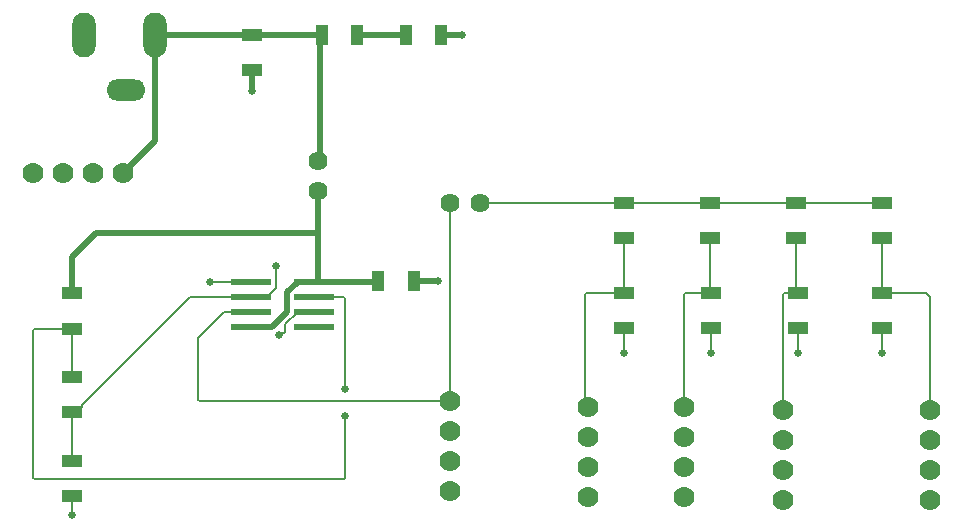
<source format=gtl>
G04*
G04 #@! TF.GenerationSoftware,Altium Limited,Altium Designer,21.8.1 (53)*
G04*
G04 Layer_Physical_Order=1*
G04 Layer_Color=255*
%FSLAX25Y25*%
%MOIN*%
G70*
G04*
G04 #@! TF.SameCoordinates,FCDAA400-C0CE-4F93-ADCE-5479437ED816*
G04*
G04*
G04 #@! TF.FilePolarity,Positive*
G04*
G01*
G75*
%ADD10C,0.02000*%
%ADD17C,0.00600*%
%ADD19R,0.13386X0.02362*%
%ADD20R,0.07100X0.04400*%
%ADD21R,0.04400X0.07100*%
%ADD31C,0.06378*%
%ADD32O,0.12992X0.07087*%
%ADD33O,0.07874X0.14961*%
%ADD34C,0.07000*%
%ADD35C,0.02500*%
D10*
X98318Y82319D02*
X101533Y85534D01*
X89551Y80681D02*
X96680D01*
X98318Y82319D01*
X101533Y85534D02*
Y92106D01*
X89370Y80500D02*
X89551Y80681D01*
X98318Y82319D02*
X98318D01*
X105118Y95500D02*
X111819D01*
X101533Y92106D02*
X104746Y95319D01*
X104937D01*
X105118Y95500D01*
X113000Y177900D02*
X113100Y178000D01*
X112550Y177450D02*
X113000Y177900D01*
X112550Y136550D02*
Y177450D01*
X112000Y136000D02*
X112550Y136550D01*
X47000Y132000D02*
X57622Y142622D01*
Y178000D01*
X112000Y112000D02*
Y126000D01*
Y95681D02*
Y112000D01*
X30000Y104000D02*
X38000Y112000D01*
X112000D01*
X30000Y91800D02*
Y104000D01*
X111819Y95500D02*
X131500D01*
X111819D02*
X112000Y95681D01*
X152900Y178000D02*
X160000D01*
X143800Y96000D02*
X152000D01*
X90003Y159169D02*
Y166097D01*
X124900Y178000D02*
X141100D01*
X90000Y177900D02*
X113000D01*
X57622Y178000D02*
X57722Y177900D01*
X90000D01*
X131500Y95500D02*
X132000Y96000D01*
D17*
X100364Y78364D02*
X101000Y79000D01*
X99363Y78364D02*
X100364D01*
X99000Y78000D02*
X99363Y78364D01*
X101000Y81382D02*
X105118Y85500D01*
X101000Y79000D02*
Y81382D01*
X94882Y90500D02*
X98000Y93618D01*
Y101000D01*
X69298Y90500D02*
X94882D01*
X105118Y85500D02*
X110630D01*
X31350Y52050D02*
X33250Y53950D01*
Y54452D01*
X69298Y90500D01*
X30000Y52050D02*
X31350D01*
X17352Y80000D02*
X30000D01*
X17000Y30351D02*
Y79649D01*
X17352Y80000D01*
X120649Y30000D02*
X121000Y30351D01*
Y51000D01*
X17352Y30000D02*
X120649D01*
X72351Y56000D02*
X156000D01*
X72000Y56352D02*
Y77000D01*
Y56352D02*
X72351Y56000D01*
X17000Y30351D02*
X17352Y30000D01*
X121000Y60000D02*
Y90000D01*
X120500Y90500D02*
X121000Y90000D01*
X110630Y90500D02*
X120500D01*
X72000Y77000D02*
X80500Y85500D01*
X89370D01*
X156000Y56000D02*
Y122000D01*
X30000Y35900D02*
Y52050D01*
Y63850D02*
Y80000D01*
X90000Y166100D02*
X90003Y166097D01*
X213900Y122000D02*
X214000Y121900D01*
X166000Y122000D02*
X213900D01*
X314649Y91900D02*
X316000Y90548D01*
X300000Y91900D02*
X314649D01*
X316000Y53000D02*
Y90548D01*
X271333Y92567D02*
X271900Y92000D01*
X272000Y91900D01*
X267000Y53000D02*
Y91649D01*
X267352Y92000D02*
X271900D01*
X267000Y91649D02*
X267352Y92000D01*
X234000Y91549D02*
X234351Y91900D01*
X234000Y54000D02*
Y91549D01*
X234351Y91900D02*
X243000D01*
X201000Y55000D02*
X202000Y54000D01*
X201000Y55000D02*
Y91549D01*
X201351Y91900D01*
X214000D01*
X271333Y121900D02*
X300000D01*
X242667D02*
X271333D01*
X214000D02*
X242667D01*
X300000Y91900D02*
Y110100D01*
X271333Y92567D02*
Y110100D01*
X242667Y92233D02*
Y110100D01*
Y92233D02*
X243000Y91900D01*
X214000D02*
Y110100D01*
X76000Y95500D02*
X89370D01*
X30000Y18000D02*
Y24100D01*
X300000Y71050D02*
Y78150D01*
X300000Y71050D02*
X300000Y71050D01*
X272000D02*
Y78150D01*
X243000Y71050D02*
Y78150D01*
X214000Y71050D02*
Y79150D01*
D19*
X110630Y95500D02*
D03*
Y90500D02*
D03*
Y85500D02*
D03*
Y80500D02*
D03*
X89370D02*
D03*
Y85500D02*
D03*
Y90500D02*
D03*
Y95500D02*
D03*
D20*
X214000Y91900D02*
D03*
Y80100D02*
D03*
X242667Y121900D02*
D03*
Y110100D02*
D03*
X243000Y80100D02*
D03*
Y91900D02*
D03*
X271333Y121900D02*
D03*
Y110100D02*
D03*
X272000Y91900D02*
D03*
Y80100D02*
D03*
X300000Y121900D02*
D03*
Y110100D02*
D03*
Y91900D02*
D03*
Y80100D02*
D03*
X30000Y52050D02*
D03*
Y63850D02*
D03*
Y80000D02*
D03*
Y91800D02*
D03*
X90000Y177900D02*
D03*
Y166100D02*
D03*
X214000Y121900D02*
D03*
Y110100D02*
D03*
X30000Y35900D02*
D03*
Y24100D02*
D03*
D21*
X113100Y178000D02*
D03*
X124900D02*
D03*
X141100D02*
D03*
X152900D02*
D03*
X132000Y96000D02*
D03*
X143800D02*
D03*
D31*
X112000Y126000D02*
D03*
Y136000D02*
D03*
X166000Y122000D02*
D03*
X156000D02*
D03*
D32*
X47780Y159693D02*
D03*
D33*
X34000Y178000D02*
D03*
X57622D02*
D03*
D34*
X37000Y132000D02*
D03*
X47000D02*
D03*
X17000D02*
D03*
X27000D02*
D03*
X156000Y46000D02*
D03*
Y56000D02*
D03*
Y26000D02*
D03*
Y36000D02*
D03*
X316000Y43000D02*
D03*
Y53000D02*
D03*
Y23000D02*
D03*
Y33000D02*
D03*
X267000Y43000D02*
D03*
Y53000D02*
D03*
Y23000D02*
D03*
Y33000D02*
D03*
X234000Y44000D02*
D03*
Y54000D02*
D03*
Y24000D02*
D03*
Y34000D02*
D03*
X202000Y44000D02*
D03*
Y54000D02*
D03*
Y24000D02*
D03*
Y34000D02*
D03*
D35*
X99000Y78000D02*
D03*
X98000Y101000D02*
D03*
X121000Y51000D02*
D03*
Y60000D02*
D03*
X160000Y178000D02*
D03*
X152000Y96000D02*
D03*
X90003Y159169D02*
D03*
X76000Y95500D02*
D03*
X30000Y18000D02*
D03*
X300000Y72000D02*
D03*
X272000D02*
D03*
X243000D02*
D03*
X214000D02*
D03*
M02*

</source>
